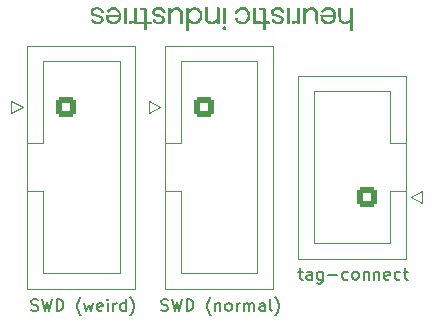
<source format=gbr>
%TF.GenerationSoftware,KiCad,Pcbnew,8.0.0*%
%TF.CreationDate,2024-04-02T10:27:19-06:00*%
%TF.ProjectId,swd_adapter,7377645f-6164-4617-9074-65722e6b6963,rev?*%
%TF.SameCoordinates,Original*%
%TF.FileFunction,Legend,Top*%
%TF.FilePolarity,Positive*%
%FSLAX46Y46*%
G04 Gerber Fmt 4.6, Leading zero omitted, Abs format (unit mm)*
G04 Created by KiCad (PCBNEW 8.0.0) date 2024-04-02 10:27:19*
%MOMM*%
%LPD*%
G01*
G04 APERTURE LIST*
G04 Aperture macros list*
%AMRoundRect*
0 Rectangle with rounded corners*
0 $1 Rounding radius*
0 $2 $3 $4 $5 $6 $7 $8 $9 X,Y pos of 4 corners*
0 Add a 4 corners polygon primitive as box body*
4,1,4,$2,$3,$4,$5,$6,$7,$8,$9,$2,$3,0*
0 Add four circle primitives for the rounded corners*
1,1,$1+$1,$2,$3*
1,1,$1+$1,$4,$5*
1,1,$1+$1,$6,$7*
1,1,$1+$1,$8,$9*
0 Add four rect primitives between the rounded corners*
20,1,$1+$1,$2,$3,$4,$5,0*
20,1,$1+$1,$4,$5,$6,$7,0*
20,1,$1+$1,$6,$7,$8,$9,0*
20,1,$1+$1,$8,$9,$2,$3,0*%
G04 Aperture macros list end*
%ADD10C,0.150000*%
%ADD11C,0.120000*%
%ADD12C,0.000000*%
%ADD13RoundRect,0.250000X-0.600000X-0.600000X0.600000X-0.600000X0.600000X0.600000X-0.600000X0.600000X0*%
%ADD14C,1.700000*%
%ADD15RoundRect,0.250000X0.600000X0.600000X-0.600000X0.600000X-0.600000X-0.600000X0.600000X-0.600000X0*%
G04 APERTURE END LIST*
D10*
X123643922Y-72453152D02*
X124024874Y-72453152D01*
X123786779Y-72119819D02*
X123786779Y-72976961D01*
X123786779Y-72976961D02*
X123834398Y-73072200D01*
X123834398Y-73072200D02*
X123929636Y-73119819D01*
X123929636Y-73119819D02*
X124024874Y-73119819D01*
X124786779Y-73119819D02*
X124786779Y-72596009D01*
X124786779Y-72596009D02*
X124739160Y-72500771D01*
X124739160Y-72500771D02*
X124643922Y-72453152D01*
X124643922Y-72453152D02*
X124453446Y-72453152D01*
X124453446Y-72453152D02*
X124358208Y-72500771D01*
X124786779Y-73072200D02*
X124691541Y-73119819D01*
X124691541Y-73119819D02*
X124453446Y-73119819D01*
X124453446Y-73119819D02*
X124358208Y-73072200D01*
X124358208Y-73072200D02*
X124310589Y-72976961D01*
X124310589Y-72976961D02*
X124310589Y-72881723D01*
X124310589Y-72881723D02*
X124358208Y-72786485D01*
X124358208Y-72786485D02*
X124453446Y-72738866D01*
X124453446Y-72738866D02*
X124691541Y-72738866D01*
X124691541Y-72738866D02*
X124786779Y-72691247D01*
X125691541Y-72453152D02*
X125691541Y-73262676D01*
X125691541Y-73262676D02*
X125643922Y-73357914D01*
X125643922Y-73357914D02*
X125596303Y-73405533D01*
X125596303Y-73405533D02*
X125501065Y-73453152D01*
X125501065Y-73453152D02*
X125358208Y-73453152D01*
X125358208Y-73453152D02*
X125262970Y-73405533D01*
X125691541Y-73072200D02*
X125596303Y-73119819D01*
X125596303Y-73119819D02*
X125405827Y-73119819D01*
X125405827Y-73119819D02*
X125310589Y-73072200D01*
X125310589Y-73072200D02*
X125262970Y-73024580D01*
X125262970Y-73024580D02*
X125215351Y-72929342D01*
X125215351Y-72929342D02*
X125215351Y-72643628D01*
X125215351Y-72643628D02*
X125262970Y-72548390D01*
X125262970Y-72548390D02*
X125310589Y-72500771D01*
X125310589Y-72500771D02*
X125405827Y-72453152D01*
X125405827Y-72453152D02*
X125596303Y-72453152D01*
X125596303Y-72453152D02*
X125691541Y-72500771D01*
X126167732Y-72738866D02*
X126929637Y-72738866D01*
X127834398Y-73072200D02*
X127739160Y-73119819D01*
X127739160Y-73119819D02*
X127548684Y-73119819D01*
X127548684Y-73119819D02*
X127453446Y-73072200D01*
X127453446Y-73072200D02*
X127405827Y-73024580D01*
X127405827Y-73024580D02*
X127358208Y-72929342D01*
X127358208Y-72929342D02*
X127358208Y-72643628D01*
X127358208Y-72643628D02*
X127405827Y-72548390D01*
X127405827Y-72548390D02*
X127453446Y-72500771D01*
X127453446Y-72500771D02*
X127548684Y-72453152D01*
X127548684Y-72453152D02*
X127739160Y-72453152D01*
X127739160Y-72453152D02*
X127834398Y-72500771D01*
X128405827Y-73119819D02*
X128310589Y-73072200D01*
X128310589Y-73072200D02*
X128262970Y-73024580D01*
X128262970Y-73024580D02*
X128215351Y-72929342D01*
X128215351Y-72929342D02*
X128215351Y-72643628D01*
X128215351Y-72643628D02*
X128262970Y-72548390D01*
X128262970Y-72548390D02*
X128310589Y-72500771D01*
X128310589Y-72500771D02*
X128405827Y-72453152D01*
X128405827Y-72453152D02*
X128548684Y-72453152D01*
X128548684Y-72453152D02*
X128643922Y-72500771D01*
X128643922Y-72500771D02*
X128691541Y-72548390D01*
X128691541Y-72548390D02*
X128739160Y-72643628D01*
X128739160Y-72643628D02*
X128739160Y-72929342D01*
X128739160Y-72929342D02*
X128691541Y-73024580D01*
X128691541Y-73024580D02*
X128643922Y-73072200D01*
X128643922Y-73072200D02*
X128548684Y-73119819D01*
X128548684Y-73119819D02*
X128405827Y-73119819D01*
X129167732Y-72453152D02*
X129167732Y-73119819D01*
X129167732Y-72548390D02*
X129215351Y-72500771D01*
X129215351Y-72500771D02*
X129310589Y-72453152D01*
X129310589Y-72453152D02*
X129453446Y-72453152D01*
X129453446Y-72453152D02*
X129548684Y-72500771D01*
X129548684Y-72500771D02*
X129596303Y-72596009D01*
X129596303Y-72596009D02*
X129596303Y-73119819D01*
X130072494Y-72453152D02*
X130072494Y-73119819D01*
X130072494Y-72548390D02*
X130120113Y-72500771D01*
X130120113Y-72500771D02*
X130215351Y-72453152D01*
X130215351Y-72453152D02*
X130358208Y-72453152D01*
X130358208Y-72453152D02*
X130453446Y-72500771D01*
X130453446Y-72500771D02*
X130501065Y-72596009D01*
X130501065Y-72596009D02*
X130501065Y-73119819D01*
X131358208Y-73072200D02*
X131262970Y-73119819D01*
X131262970Y-73119819D02*
X131072494Y-73119819D01*
X131072494Y-73119819D02*
X130977256Y-73072200D01*
X130977256Y-73072200D02*
X130929637Y-72976961D01*
X130929637Y-72976961D02*
X130929637Y-72596009D01*
X130929637Y-72596009D02*
X130977256Y-72500771D01*
X130977256Y-72500771D02*
X131072494Y-72453152D01*
X131072494Y-72453152D02*
X131262970Y-72453152D01*
X131262970Y-72453152D02*
X131358208Y-72500771D01*
X131358208Y-72500771D02*
X131405827Y-72596009D01*
X131405827Y-72596009D02*
X131405827Y-72691247D01*
X131405827Y-72691247D02*
X130929637Y-72786485D01*
X132262970Y-73072200D02*
X132167732Y-73119819D01*
X132167732Y-73119819D02*
X131977256Y-73119819D01*
X131977256Y-73119819D02*
X131882018Y-73072200D01*
X131882018Y-73072200D02*
X131834399Y-73024580D01*
X131834399Y-73024580D02*
X131786780Y-72929342D01*
X131786780Y-72929342D02*
X131786780Y-72643628D01*
X131786780Y-72643628D02*
X131834399Y-72548390D01*
X131834399Y-72548390D02*
X131882018Y-72500771D01*
X131882018Y-72500771D02*
X131977256Y-72453152D01*
X131977256Y-72453152D02*
X132167732Y-72453152D01*
X132167732Y-72453152D02*
X132262970Y-72500771D01*
X132548685Y-72453152D02*
X132929637Y-72453152D01*
X132691542Y-72119819D02*
X132691542Y-72976961D01*
X132691542Y-72976961D02*
X132739161Y-73072200D01*
X132739161Y-73072200D02*
X132834399Y-73119819D01*
X132834399Y-73119819D02*
X132929637Y-73119819D01*
X101039160Y-75722200D02*
X101182017Y-75769819D01*
X101182017Y-75769819D02*
X101420112Y-75769819D01*
X101420112Y-75769819D02*
X101515350Y-75722200D01*
X101515350Y-75722200D02*
X101562969Y-75674580D01*
X101562969Y-75674580D02*
X101610588Y-75579342D01*
X101610588Y-75579342D02*
X101610588Y-75484104D01*
X101610588Y-75484104D02*
X101562969Y-75388866D01*
X101562969Y-75388866D02*
X101515350Y-75341247D01*
X101515350Y-75341247D02*
X101420112Y-75293628D01*
X101420112Y-75293628D02*
X101229636Y-75246009D01*
X101229636Y-75246009D02*
X101134398Y-75198390D01*
X101134398Y-75198390D02*
X101086779Y-75150771D01*
X101086779Y-75150771D02*
X101039160Y-75055533D01*
X101039160Y-75055533D02*
X101039160Y-74960295D01*
X101039160Y-74960295D02*
X101086779Y-74865057D01*
X101086779Y-74865057D02*
X101134398Y-74817438D01*
X101134398Y-74817438D02*
X101229636Y-74769819D01*
X101229636Y-74769819D02*
X101467731Y-74769819D01*
X101467731Y-74769819D02*
X101610588Y-74817438D01*
X101943922Y-74769819D02*
X102182017Y-75769819D01*
X102182017Y-75769819D02*
X102372493Y-75055533D01*
X102372493Y-75055533D02*
X102562969Y-75769819D01*
X102562969Y-75769819D02*
X102801065Y-74769819D01*
X103182017Y-75769819D02*
X103182017Y-74769819D01*
X103182017Y-74769819D02*
X103420112Y-74769819D01*
X103420112Y-74769819D02*
X103562969Y-74817438D01*
X103562969Y-74817438D02*
X103658207Y-74912676D01*
X103658207Y-74912676D02*
X103705826Y-75007914D01*
X103705826Y-75007914D02*
X103753445Y-75198390D01*
X103753445Y-75198390D02*
X103753445Y-75341247D01*
X103753445Y-75341247D02*
X103705826Y-75531723D01*
X103705826Y-75531723D02*
X103658207Y-75626961D01*
X103658207Y-75626961D02*
X103562969Y-75722200D01*
X103562969Y-75722200D02*
X103420112Y-75769819D01*
X103420112Y-75769819D02*
X103182017Y-75769819D01*
X105229636Y-76150771D02*
X105182017Y-76103152D01*
X105182017Y-76103152D02*
X105086779Y-75960295D01*
X105086779Y-75960295D02*
X105039160Y-75865057D01*
X105039160Y-75865057D02*
X104991541Y-75722200D01*
X104991541Y-75722200D02*
X104943922Y-75484104D01*
X104943922Y-75484104D02*
X104943922Y-75293628D01*
X104943922Y-75293628D02*
X104991541Y-75055533D01*
X104991541Y-75055533D02*
X105039160Y-74912676D01*
X105039160Y-74912676D02*
X105086779Y-74817438D01*
X105086779Y-74817438D02*
X105182017Y-74674580D01*
X105182017Y-74674580D02*
X105229636Y-74626961D01*
X105515351Y-75103152D02*
X105705827Y-75769819D01*
X105705827Y-75769819D02*
X105896303Y-75293628D01*
X105896303Y-75293628D02*
X106086779Y-75769819D01*
X106086779Y-75769819D02*
X106277255Y-75103152D01*
X107039160Y-75722200D02*
X106943922Y-75769819D01*
X106943922Y-75769819D02*
X106753446Y-75769819D01*
X106753446Y-75769819D02*
X106658208Y-75722200D01*
X106658208Y-75722200D02*
X106610589Y-75626961D01*
X106610589Y-75626961D02*
X106610589Y-75246009D01*
X106610589Y-75246009D02*
X106658208Y-75150771D01*
X106658208Y-75150771D02*
X106753446Y-75103152D01*
X106753446Y-75103152D02*
X106943922Y-75103152D01*
X106943922Y-75103152D02*
X107039160Y-75150771D01*
X107039160Y-75150771D02*
X107086779Y-75246009D01*
X107086779Y-75246009D02*
X107086779Y-75341247D01*
X107086779Y-75341247D02*
X106610589Y-75436485D01*
X107515351Y-75769819D02*
X107515351Y-75103152D01*
X107515351Y-74769819D02*
X107467732Y-74817438D01*
X107467732Y-74817438D02*
X107515351Y-74865057D01*
X107515351Y-74865057D02*
X107562970Y-74817438D01*
X107562970Y-74817438D02*
X107515351Y-74769819D01*
X107515351Y-74769819D02*
X107515351Y-74865057D01*
X107991541Y-75769819D02*
X107991541Y-75103152D01*
X107991541Y-75293628D02*
X108039160Y-75198390D01*
X108039160Y-75198390D02*
X108086779Y-75150771D01*
X108086779Y-75150771D02*
X108182017Y-75103152D01*
X108182017Y-75103152D02*
X108277255Y-75103152D01*
X109039160Y-75769819D02*
X109039160Y-74769819D01*
X109039160Y-75722200D02*
X108943922Y-75769819D01*
X108943922Y-75769819D02*
X108753446Y-75769819D01*
X108753446Y-75769819D02*
X108658208Y-75722200D01*
X108658208Y-75722200D02*
X108610589Y-75674580D01*
X108610589Y-75674580D02*
X108562970Y-75579342D01*
X108562970Y-75579342D02*
X108562970Y-75293628D01*
X108562970Y-75293628D02*
X108610589Y-75198390D01*
X108610589Y-75198390D02*
X108658208Y-75150771D01*
X108658208Y-75150771D02*
X108753446Y-75103152D01*
X108753446Y-75103152D02*
X108943922Y-75103152D01*
X108943922Y-75103152D02*
X109039160Y-75150771D01*
X109420113Y-76150771D02*
X109467732Y-76103152D01*
X109467732Y-76103152D02*
X109562970Y-75960295D01*
X109562970Y-75960295D02*
X109610589Y-75865057D01*
X109610589Y-75865057D02*
X109658208Y-75722200D01*
X109658208Y-75722200D02*
X109705827Y-75484104D01*
X109705827Y-75484104D02*
X109705827Y-75293628D01*
X109705827Y-75293628D02*
X109658208Y-75055533D01*
X109658208Y-75055533D02*
X109610589Y-74912676D01*
X109610589Y-74912676D02*
X109562970Y-74817438D01*
X109562970Y-74817438D02*
X109467732Y-74674580D01*
X109467732Y-74674580D02*
X109420113Y-74626961D01*
X112039160Y-75722200D02*
X112182017Y-75769819D01*
X112182017Y-75769819D02*
X112420112Y-75769819D01*
X112420112Y-75769819D02*
X112515350Y-75722200D01*
X112515350Y-75722200D02*
X112562969Y-75674580D01*
X112562969Y-75674580D02*
X112610588Y-75579342D01*
X112610588Y-75579342D02*
X112610588Y-75484104D01*
X112610588Y-75484104D02*
X112562969Y-75388866D01*
X112562969Y-75388866D02*
X112515350Y-75341247D01*
X112515350Y-75341247D02*
X112420112Y-75293628D01*
X112420112Y-75293628D02*
X112229636Y-75246009D01*
X112229636Y-75246009D02*
X112134398Y-75198390D01*
X112134398Y-75198390D02*
X112086779Y-75150771D01*
X112086779Y-75150771D02*
X112039160Y-75055533D01*
X112039160Y-75055533D02*
X112039160Y-74960295D01*
X112039160Y-74960295D02*
X112086779Y-74865057D01*
X112086779Y-74865057D02*
X112134398Y-74817438D01*
X112134398Y-74817438D02*
X112229636Y-74769819D01*
X112229636Y-74769819D02*
X112467731Y-74769819D01*
X112467731Y-74769819D02*
X112610588Y-74817438D01*
X112943922Y-74769819D02*
X113182017Y-75769819D01*
X113182017Y-75769819D02*
X113372493Y-75055533D01*
X113372493Y-75055533D02*
X113562969Y-75769819D01*
X113562969Y-75769819D02*
X113801065Y-74769819D01*
X114182017Y-75769819D02*
X114182017Y-74769819D01*
X114182017Y-74769819D02*
X114420112Y-74769819D01*
X114420112Y-74769819D02*
X114562969Y-74817438D01*
X114562969Y-74817438D02*
X114658207Y-74912676D01*
X114658207Y-74912676D02*
X114705826Y-75007914D01*
X114705826Y-75007914D02*
X114753445Y-75198390D01*
X114753445Y-75198390D02*
X114753445Y-75341247D01*
X114753445Y-75341247D02*
X114705826Y-75531723D01*
X114705826Y-75531723D02*
X114658207Y-75626961D01*
X114658207Y-75626961D02*
X114562969Y-75722200D01*
X114562969Y-75722200D02*
X114420112Y-75769819D01*
X114420112Y-75769819D02*
X114182017Y-75769819D01*
X116229636Y-76150771D02*
X116182017Y-76103152D01*
X116182017Y-76103152D02*
X116086779Y-75960295D01*
X116086779Y-75960295D02*
X116039160Y-75865057D01*
X116039160Y-75865057D02*
X115991541Y-75722200D01*
X115991541Y-75722200D02*
X115943922Y-75484104D01*
X115943922Y-75484104D02*
X115943922Y-75293628D01*
X115943922Y-75293628D02*
X115991541Y-75055533D01*
X115991541Y-75055533D02*
X116039160Y-74912676D01*
X116039160Y-74912676D02*
X116086779Y-74817438D01*
X116086779Y-74817438D02*
X116182017Y-74674580D01*
X116182017Y-74674580D02*
X116229636Y-74626961D01*
X116610589Y-75103152D02*
X116610589Y-75769819D01*
X116610589Y-75198390D02*
X116658208Y-75150771D01*
X116658208Y-75150771D02*
X116753446Y-75103152D01*
X116753446Y-75103152D02*
X116896303Y-75103152D01*
X116896303Y-75103152D02*
X116991541Y-75150771D01*
X116991541Y-75150771D02*
X117039160Y-75246009D01*
X117039160Y-75246009D02*
X117039160Y-75769819D01*
X117658208Y-75769819D02*
X117562970Y-75722200D01*
X117562970Y-75722200D02*
X117515351Y-75674580D01*
X117515351Y-75674580D02*
X117467732Y-75579342D01*
X117467732Y-75579342D02*
X117467732Y-75293628D01*
X117467732Y-75293628D02*
X117515351Y-75198390D01*
X117515351Y-75198390D02*
X117562970Y-75150771D01*
X117562970Y-75150771D02*
X117658208Y-75103152D01*
X117658208Y-75103152D02*
X117801065Y-75103152D01*
X117801065Y-75103152D02*
X117896303Y-75150771D01*
X117896303Y-75150771D02*
X117943922Y-75198390D01*
X117943922Y-75198390D02*
X117991541Y-75293628D01*
X117991541Y-75293628D02*
X117991541Y-75579342D01*
X117991541Y-75579342D02*
X117943922Y-75674580D01*
X117943922Y-75674580D02*
X117896303Y-75722200D01*
X117896303Y-75722200D02*
X117801065Y-75769819D01*
X117801065Y-75769819D02*
X117658208Y-75769819D01*
X118420113Y-75769819D02*
X118420113Y-75103152D01*
X118420113Y-75293628D02*
X118467732Y-75198390D01*
X118467732Y-75198390D02*
X118515351Y-75150771D01*
X118515351Y-75150771D02*
X118610589Y-75103152D01*
X118610589Y-75103152D02*
X118705827Y-75103152D01*
X119039161Y-75769819D02*
X119039161Y-75103152D01*
X119039161Y-75198390D02*
X119086780Y-75150771D01*
X119086780Y-75150771D02*
X119182018Y-75103152D01*
X119182018Y-75103152D02*
X119324875Y-75103152D01*
X119324875Y-75103152D02*
X119420113Y-75150771D01*
X119420113Y-75150771D02*
X119467732Y-75246009D01*
X119467732Y-75246009D02*
X119467732Y-75769819D01*
X119467732Y-75246009D02*
X119515351Y-75150771D01*
X119515351Y-75150771D02*
X119610589Y-75103152D01*
X119610589Y-75103152D02*
X119753446Y-75103152D01*
X119753446Y-75103152D02*
X119848685Y-75150771D01*
X119848685Y-75150771D02*
X119896304Y-75246009D01*
X119896304Y-75246009D02*
X119896304Y-75769819D01*
X120801065Y-75769819D02*
X120801065Y-75246009D01*
X120801065Y-75246009D02*
X120753446Y-75150771D01*
X120753446Y-75150771D02*
X120658208Y-75103152D01*
X120658208Y-75103152D02*
X120467732Y-75103152D01*
X120467732Y-75103152D02*
X120372494Y-75150771D01*
X120801065Y-75722200D02*
X120705827Y-75769819D01*
X120705827Y-75769819D02*
X120467732Y-75769819D01*
X120467732Y-75769819D02*
X120372494Y-75722200D01*
X120372494Y-75722200D02*
X120324875Y-75626961D01*
X120324875Y-75626961D02*
X120324875Y-75531723D01*
X120324875Y-75531723D02*
X120372494Y-75436485D01*
X120372494Y-75436485D02*
X120467732Y-75388866D01*
X120467732Y-75388866D02*
X120705827Y-75388866D01*
X120705827Y-75388866D02*
X120801065Y-75341247D01*
X121420113Y-75769819D02*
X121324875Y-75722200D01*
X121324875Y-75722200D02*
X121277256Y-75626961D01*
X121277256Y-75626961D02*
X121277256Y-74769819D01*
X121705828Y-76150771D02*
X121753447Y-76103152D01*
X121753447Y-76103152D02*
X121848685Y-75960295D01*
X121848685Y-75960295D02*
X121896304Y-75865057D01*
X121896304Y-75865057D02*
X121943923Y-75722200D01*
X121943923Y-75722200D02*
X121991542Y-75484104D01*
X121991542Y-75484104D02*
X121991542Y-75293628D01*
X121991542Y-75293628D02*
X121943923Y-75055533D01*
X121943923Y-75055533D02*
X121896304Y-74912676D01*
X121896304Y-74912676D02*
X121848685Y-74817438D01*
X121848685Y-74817438D02*
X121753447Y-74674580D01*
X121753447Y-74674580D02*
X121705828Y-74626961D01*
D11*
%TO.C,J1*%
X110970000Y-58020000D02*
X110970000Y-59020000D01*
X110970000Y-59020000D02*
X111970000Y-58520000D01*
X111970000Y-58520000D02*
X110970000Y-58020000D01*
X112360000Y-53310000D02*
X121480000Y-53310000D01*
X112360000Y-61550000D02*
X113670000Y-61550000D01*
X112360000Y-73890000D02*
X112360000Y-53310000D01*
X113670000Y-54610000D02*
X120170000Y-54610000D01*
X113670000Y-61550000D02*
X113670000Y-54610000D01*
X113670000Y-65650000D02*
X112360000Y-65650000D01*
X113670000Y-65650000D02*
X113670000Y-65650000D01*
X113670000Y-72590000D02*
X113670000Y-65650000D01*
X120170000Y-54610000D02*
X120170000Y-72590000D01*
X120170000Y-72590000D02*
X113670000Y-72590000D01*
X121480000Y-53310000D02*
X121480000Y-73890000D01*
X121480000Y-73890000D02*
X112360000Y-73890000D01*
%TO.C,J3*%
X99320000Y-58020000D02*
X99320000Y-59020000D01*
X99320000Y-59020000D02*
X100320000Y-58520000D01*
X100320000Y-58520000D02*
X99320000Y-58020000D01*
X100710000Y-53310000D02*
X109830000Y-53310000D01*
X100710000Y-61550000D02*
X102020000Y-61550000D01*
X100710000Y-73890000D02*
X100710000Y-53310000D01*
X102020000Y-54610000D02*
X108520000Y-54610000D01*
X102020000Y-61550000D02*
X102020000Y-54610000D01*
X102020000Y-65650000D02*
X100710000Y-65650000D01*
X102020000Y-65650000D02*
X102020000Y-65650000D01*
X102020000Y-72590000D02*
X102020000Y-65650000D01*
X108520000Y-54610000D02*
X108520000Y-72590000D01*
X108520000Y-72590000D02*
X102020000Y-72590000D01*
X109830000Y-53310000D02*
X109830000Y-73890000D01*
X109830000Y-73890000D02*
X100710000Y-73890000D01*
D12*
%TO.C,G\u002A\u002A\u002A*%
G36*
X109099044Y-50784551D02*
G01*
X109099044Y-51474658D01*
X108993488Y-51467885D01*
X108887933Y-51461112D01*
X108882056Y-50777778D01*
X108876179Y-50094445D01*
X108987611Y-50094445D01*
X109099044Y-50094445D01*
X109099044Y-50784551D01*
G37*
G36*
X117499044Y-50783334D02*
G01*
X117499044Y-51472223D01*
X117387933Y-51472223D01*
X117276821Y-51472223D01*
X117276821Y-50783334D01*
X117276821Y-50094445D01*
X117387933Y-50094445D01*
X117499044Y-50094445D01*
X117499044Y-50783334D01*
G37*
G36*
X122916032Y-50777778D02*
G01*
X122910155Y-51461112D01*
X122799044Y-51461112D01*
X122687933Y-51461112D01*
X122682056Y-50777778D01*
X122676179Y-50094445D01*
X122799044Y-50094445D01*
X122921908Y-50094445D01*
X122916032Y-50777778D01*
G37*
G36*
X117483239Y-51712175D02*
G01*
X117495170Y-51723655D01*
X117537358Y-51794988D01*
X117542708Y-51869614D01*
X117515683Y-51936760D01*
X117460742Y-51985652D01*
X117382349Y-52005517D01*
X117378434Y-52005556D01*
X117304088Y-51985665D01*
X117244560Y-51934365D01*
X117212529Y-51864215D01*
X117210155Y-51838889D01*
X117228845Y-51763694D01*
X117277149Y-51708715D01*
X117343417Y-51678662D01*
X117415997Y-51678245D01*
X117483239Y-51712175D01*
G37*
G36*
X123787933Y-50783334D02*
G01*
X123787933Y-51472223D01*
X123676821Y-51472223D01*
X123565710Y-51472223D01*
X123564911Y-51377778D01*
X123564112Y-51283334D01*
X123514911Y-51343302D01*
X123431140Y-51412485D01*
X123318381Y-51456814D01*
X123188646Y-51472223D01*
X123076821Y-51472223D01*
X123076821Y-51363540D01*
X123076821Y-51254858D01*
X123241523Y-51246541D01*
X123340474Y-51238099D01*
X123406432Y-51222971D01*
X123450673Y-51198397D01*
X123455701Y-51194112D01*
X123490543Y-51158930D01*
X123517242Y-51119281D01*
X123536855Y-51068992D01*
X123550436Y-51001892D01*
X123559041Y-50911808D01*
X123563726Y-50792566D01*
X123565545Y-50637994D01*
X123565710Y-50550714D01*
X123565710Y-50094445D01*
X123676821Y-50094445D01*
X123787933Y-50094445D01*
X123787933Y-50783334D01*
G37*
G36*
X120037564Y-50677778D02*
G01*
X120043488Y-51261112D01*
X120349479Y-51267297D01*
X120655470Y-51273483D01*
X120649479Y-50789519D01*
X120643488Y-50305556D01*
X120465710Y-50294445D01*
X120287933Y-50283334D01*
X120281099Y-50188889D01*
X120274266Y-50094445D01*
X120507638Y-50094445D01*
X120613968Y-50095258D01*
X120686158Y-50098940D01*
X120734500Y-50107357D01*
X120769286Y-50122373D01*
X120800809Y-50145854D01*
X120803360Y-50148035D01*
X120865710Y-50201624D01*
X120876821Y-50731368D01*
X120887933Y-51261112D01*
X121082377Y-51267532D01*
X121276821Y-51273953D01*
X121276821Y-51373088D01*
X121276821Y-51472223D01*
X121076821Y-51472223D01*
X120876821Y-51472223D01*
X120876821Y-51717885D01*
X120876821Y-51963547D01*
X120771266Y-51956774D01*
X120665710Y-51950000D01*
X120659403Y-51711112D01*
X120653096Y-51472223D01*
X120231625Y-51472223D01*
X119810155Y-51472223D01*
X119810155Y-50783334D01*
X119810155Y-50094445D01*
X119920897Y-50094445D01*
X120031639Y-50094445D01*
X120037564Y-50677778D01*
G37*
G36*
X127257874Y-50566667D02*
G01*
X127260999Y-50725884D01*
X127264502Y-50847189D01*
X127269017Y-50937115D01*
X127275177Y-51002196D01*
X127283617Y-51048962D01*
X127294969Y-51083948D01*
X127309868Y-51113685D01*
X127311143Y-51115881D01*
X127385733Y-51204614D01*
X127485498Y-51257493D01*
X127612077Y-51275379D01*
X127614926Y-51275386D01*
X127745067Y-51263570D01*
X127848468Y-51225417D01*
X127927344Y-51166151D01*
X127969267Y-51117463D01*
X128001363Y-51057472D01*
X128024767Y-50980157D01*
X128040612Y-50879495D01*
X128050033Y-50749466D01*
X128054163Y-50584049D01*
X128054599Y-50490412D01*
X128054599Y-50094445D01*
X128165710Y-50094445D01*
X128276821Y-50094445D01*
X128276821Y-51072223D01*
X128276821Y-52050000D01*
X128165710Y-52050000D01*
X128054599Y-52050000D01*
X128054599Y-51650000D01*
X128054011Y-51522221D01*
X128052378Y-51411330D01*
X128049896Y-51324340D01*
X128046760Y-51268263D01*
X128043430Y-51250000D01*
X128023582Y-51265103D01*
X127984435Y-51303946D01*
X127951795Y-51339067D01*
X127849091Y-51421477D01*
X127725585Y-51471284D01*
X127590489Y-51488664D01*
X127453013Y-51473796D01*
X127322369Y-51426857D01*
X127207765Y-51348025D01*
X127183556Y-51324258D01*
X127142168Y-51277266D01*
X127109879Y-51229767D01*
X127085430Y-51175448D01*
X127067560Y-51107995D01*
X127055011Y-51021096D01*
X127046523Y-50908435D01*
X127040836Y-50763701D01*
X127036846Y-50588889D01*
X127027555Y-50094445D01*
X127138595Y-50094445D01*
X127249635Y-50094445D01*
X127257874Y-50566667D01*
G37*
G36*
X113426513Y-50072452D02*
G01*
X113447346Y-50075480D01*
X113590532Y-50120772D01*
X113707804Y-50202063D01*
X113797975Y-50318420D01*
X113825149Y-50372223D01*
X113838448Y-50408172D01*
X113848787Y-50453051D01*
X113856664Y-50513112D01*
X113862579Y-50594610D01*
X113867031Y-50703797D01*
X113870518Y-50846928D01*
X113872591Y-50966667D01*
X113880459Y-51472223D01*
X113769083Y-51472223D01*
X113657707Y-51472223D01*
X113650598Y-50988889D01*
X113647908Y-50827879D01*
X113644796Y-50704865D01*
X113640662Y-50613400D01*
X113634904Y-50547036D01*
X113626921Y-50499327D01*
X113616112Y-50463824D01*
X113601876Y-50434081D01*
X113598288Y-50427778D01*
X113528931Y-50344208D01*
X113435642Y-50294337D01*
X113314499Y-50276407D01*
X113262790Y-50277462D01*
X113127874Y-50301366D01*
X113021845Y-50357759D01*
X112940906Y-50449014D01*
X112915381Y-50494445D01*
X112898114Y-50532424D01*
X112885158Y-50571958D01*
X112875746Y-50620286D01*
X112869116Y-50684644D01*
X112864504Y-50772268D01*
X112861145Y-50890396D01*
X112858487Y-51033334D01*
X112851263Y-51472223D01*
X112741820Y-51472223D01*
X112632377Y-51472223D01*
X112632377Y-50783334D01*
X112632377Y-50094445D01*
X112743488Y-50094445D01*
X112854599Y-50094445D01*
X112854599Y-50205556D01*
X112858596Y-50268939D01*
X112868817Y-50309169D01*
X112876821Y-50316667D01*
X112898419Y-50301987D01*
X112899044Y-50297475D01*
X112914577Y-50268863D01*
X112953695Y-50224057D01*
X113005174Y-50174500D01*
X113057790Y-50131633D01*
X113070036Y-50123152D01*
X113135024Y-50096258D01*
X113227283Y-50077431D01*
X113330037Y-50068789D01*
X113426513Y-50072452D01*
G37*
G36*
X124870958Y-50072452D02*
G01*
X124891790Y-50075480D01*
X125034976Y-50120772D01*
X125152248Y-50202063D01*
X125242420Y-50318420D01*
X125269594Y-50372223D01*
X125282893Y-50408172D01*
X125293231Y-50453051D01*
X125301108Y-50513112D01*
X125307023Y-50594610D01*
X125311475Y-50703797D01*
X125314963Y-50846928D01*
X125317036Y-50966667D01*
X125324904Y-51472223D01*
X125213527Y-51472223D01*
X125102151Y-51472223D01*
X125095042Y-50988889D01*
X125092352Y-50827879D01*
X125089241Y-50704865D01*
X125085106Y-50613400D01*
X125079348Y-50547036D01*
X125071365Y-50499327D01*
X125060557Y-50463824D01*
X125046321Y-50434081D01*
X125042732Y-50427778D01*
X124973375Y-50344208D01*
X124880086Y-50294337D01*
X124758944Y-50276407D01*
X124707234Y-50277462D01*
X124572319Y-50301366D01*
X124466289Y-50357759D01*
X124385351Y-50449014D01*
X124359825Y-50494445D01*
X124342559Y-50532424D01*
X124329602Y-50571958D01*
X124320191Y-50620286D01*
X124313561Y-50684644D01*
X124308948Y-50772268D01*
X124305589Y-50890396D01*
X124302931Y-51033334D01*
X124295708Y-51472223D01*
X124186265Y-51472223D01*
X124076821Y-51472223D01*
X124076821Y-50783334D01*
X124076821Y-50094445D01*
X124187933Y-50094445D01*
X124299044Y-50094445D01*
X124299044Y-50205556D01*
X124303041Y-50268939D01*
X124313261Y-50309169D01*
X124321266Y-50316667D01*
X124342864Y-50301987D01*
X124343488Y-50297475D01*
X124359022Y-50268863D01*
X124398139Y-50224057D01*
X124449618Y-50174500D01*
X124502235Y-50131633D01*
X124514480Y-50123152D01*
X124579469Y-50096258D01*
X124671727Y-50077431D01*
X124774482Y-50068789D01*
X124870958Y-50072452D01*
G37*
G36*
X115847267Y-50076488D02*
G01*
X115954599Y-50083334D01*
X115965710Y-50573277D01*
X115969841Y-50737314D01*
X115974207Y-50862973D01*
X115979372Y-50956318D01*
X115985898Y-51023414D01*
X115994351Y-51070326D01*
X116005293Y-51103118D01*
X116016918Y-51124338D01*
X116093963Y-51203761D01*
X116195968Y-51254883D01*
X116312288Y-51276005D01*
X116432280Y-51265429D01*
X116545299Y-51221456D01*
X116561876Y-51211304D01*
X116619923Y-51169490D01*
X116665041Y-51124348D01*
X116698997Y-51069689D01*
X116723561Y-50999327D01*
X116740500Y-50907074D01*
X116751583Y-50786742D01*
X116758576Y-50632144D01*
X116761734Y-50511884D01*
X116771383Y-50072223D01*
X116869244Y-50072223D01*
X116936073Y-50078347D01*
X116974133Y-50094646D01*
X116977858Y-50100243D01*
X116980374Y-50128807D01*
X116982292Y-50196071D01*
X116983572Y-50296294D01*
X116984174Y-50423736D01*
X116984058Y-50572655D01*
X116983183Y-50737311D01*
X116982716Y-50794688D01*
X116976821Y-51461112D01*
X116871266Y-51467885D01*
X116765710Y-51474658D01*
X116765710Y-51351218D01*
X116763890Y-51283889D01*
X116759192Y-51239054D01*
X116754541Y-51227778D01*
X116734724Y-51242890D01*
X116695509Y-51281806D01*
X116661767Y-51318106D01*
X116579920Y-51397569D01*
X116499447Y-51446479D01*
X116405312Y-51471321D01*
X116289811Y-51478529D01*
X116151686Y-51469977D01*
X116041785Y-51438681D01*
X115947846Y-51380237D01*
X115903279Y-51339706D01*
X115858940Y-51294103D01*
X115824401Y-51252484D01*
X115798347Y-51208605D01*
X115779464Y-51156217D01*
X115766436Y-51089075D01*
X115757947Y-51000931D01*
X115752683Y-50885540D01*
X115749329Y-50736655D01*
X115747267Y-50598710D01*
X115739935Y-50069642D01*
X115847267Y-50076488D01*
G37*
G36*
X109987933Y-50683334D02*
G01*
X109987933Y-51272223D01*
X110299477Y-51272223D01*
X110611022Y-51272223D01*
X110605033Y-50788889D01*
X110599044Y-50305556D01*
X110415710Y-50299102D01*
X110232377Y-50292648D01*
X110232377Y-50193546D01*
X110232377Y-50094445D01*
X110460155Y-50095121D01*
X110560041Y-50097540D01*
X110646024Y-50103513D01*
X110706577Y-50112032D01*
X110726822Y-50118447D01*
X110758927Y-50141172D01*
X110783864Y-50171068D01*
X110802514Y-50213593D01*
X110815760Y-50274203D01*
X110824485Y-50358357D01*
X110829572Y-50471512D01*
X110831903Y-50619125D01*
X110832377Y-50771119D01*
X110832377Y-51272223D01*
X111032377Y-51272223D01*
X111232377Y-51272223D01*
X111232377Y-51372223D01*
X111232377Y-51472223D01*
X111032377Y-51472223D01*
X110832377Y-51472223D01*
X110832377Y-51716667D01*
X110832377Y-51961112D01*
X110721266Y-51961112D01*
X110610155Y-51961112D01*
X110610155Y-51716667D01*
X110610155Y-51472223D01*
X110187933Y-51472223D01*
X109765710Y-51472223D01*
X109765710Y-51383334D01*
X109759479Y-51322345D01*
X109743918Y-51296134D01*
X109723725Y-51308244D01*
X109709505Y-51340937D01*
X109674672Y-51385906D01*
X109607130Y-51425780D01*
X109518614Y-51455703D01*
X109420860Y-51470818D01*
X109393488Y-51471735D01*
X109276821Y-51472223D01*
X109276821Y-51363540D01*
X109276821Y-51254858D01*
X109442082Y-51246513D01*
X109534346Y-51239435D01*
X109595481Y-51227074D01*
X109638770Y-51205728D01*
X109664338Y-51184623D01*
X109696417Y-51149039D01*
X109721072Y-51106130D01*
X109739234Y-51049913D01*
X109751832Y-50974409D01*
X109759796Y-50873636D01*
X109764055Y-50741614D01*
X109765540Y-50572360D01*
X109765586Y-50533334D01*
X109765710Y-50094445D01*
X109876821Y-50094445D01*
X109987933Y-50094445D01*
X109987933Y-50683334D01*
G37*
G36*
X108645144Y-50905863D02*
G01*
X108604598Y-51077642D01*
X108529537Y-51224213D01*
X108421036Y-51343436D01*
X108289653Y-51428589D01*
X108213582Y-51464242D01*
X108154016Y-51484669D01*
X108093753Y-51493081D01*
X108015594Y-51492686D01*
X107960639Y-51489983D01*
X107784552Y-51463209D01*
X107638443Y-51403734D01*
X107522120Y-51311363D01*
X107435391Y-51185904D01*
X107378062Y-51027160D01*
X107356154Y-50894445D01*
X107587933Y-50894445D01*
X107588298Y-50955556D01*
X107608370Y-51045403D01*
X107661296Y-51135348D01*
X107737673Y-51211721D01*
X107785872Y-51242778D01*
X107914540Y-51287955D01*
X108043472Y-51292724D01*
X108165248Y-51260455D01*
X108272449Y-51194515D01*
X108357655Y-51098272D01*
X108413448Y-50975095D01*
X108418571Y-50955556D01*
X108433224Y-50894445D01*
X108010578Y-50894445D01*
X107587933Y-50894445D01*
X107356154Y-50894445D01*
X107353403Y-50877778D01*
X107337745Y-50716667D01*
X107887534Y-50716667D01*
X108437323Y-50716667D01*
X108421843Y-50633334D01*
X108376694Y-50501241D01*
X108298882Y-50393233D01*
X108195359Y-50313716D01*
X108073073Y-50267096D01*
X107938976Y-50257778D01*
X107852889Y-50272683D01*
X107759907Y-50315816D01*
X107670516Y-50388170D01*
X107600974Y-50476367D01*
X107596999Y-50483270D01*
X107579985Y-50508790D01*
X107559098Y-50515192D01*
X107520501Y-50502672D01*
X107480332Y-50484917D01*
X107425330Y-50458366D01*
X107392251Y-50439024D01*
X107387933Y-50434411D01*
X107405129Y-50383419D01*
X107450648Y-50317797D01*
X107515387Y-50246885D01*
X107590244Y-50180024D01*
X107666115Y-50126553D01*
X107709762Y-50104186D01*
X107823256Y-50072194D01*
X107956718Y-50057683D01*
X108092035Y-50061012D01*
X108211096Y-50082537D01*
X108243672Y-50093670D01*
X108383654Y-50172426D01*
X108497376Y-50284595D01*
X108581947Y-50425785D01*
X108634476Y-50591603D01*
X108650099Y-50711019D01*
X108645434Y-50894445D01*
X108645144Y-50905863D01*
G37*
G36*
X119045275Y-50060930D02*
G01*
X119096987Y-50068838D01*
X119099044Y-50069476D01*
X119263028Y-50144954D01*
X119397604Y-50253251D01*
X119501042Y-50392843D01*
X119529596Y-50448871D01*
X119552796Y-50509421D01*
X119566984Y-50576138D01*
X119574006Y-50661974D01*
X119575724Y-50772223D01*
X119567556Y-50935391D01*
X119540837Y-51066714D01*
X119491679Y-51176302D01*
X119416191Y-51274267D01*
X119362564Y-51326387D01*
X119242692Y-51414207D01*
X119111648Y-51468264D01*
X118958707Y-51492351D01*
X118887523Y-51494445D01*
X118715965Y-51475054D01*
X118566996Y-51417799D01*
X118442630Y-51324056D01*
X118344879Y-51195204D01*
X118294958Y-51089072D01*
X118272582Y-51026299D01*
X118260075Y-50983394D01*
X118259201Y-50972069D01*
X118282826Y-50964555D01*
X118335656Y-50951896D01*
X118371142Y-50944206D01*
X118476573Y-50922108D01*
X118500911Y-51012490D01*
X118551412Y-51120437D01*
X118633701Y-51205446D01*
X118739327Y-51263453D01*
X118859840Y-51290395D01*
X118986790Y-51282206D01*
X119034617Y-51269154D01*
X119161022Y-51206943D01*
X119254383Y-51115697D01*
X119315089Y-50994798D01*
X119343528Y-50843630D01*
X119345957Y-50776152D01*
X119330426Y-50610840D01*
X119283717Y-50477132D01*
X119205661Y-50374786D01*
X119096088Y-50303563D01*
X118985025Y-50268710D01*
X118886432Y-50255576D01*
X118800672Y-50263182D01*
X118765710Y-50271637D01*
X118671193Y-50314797D01*
X118585030Y-50384373D01*
X118519176Y-50468429D01*
X118486369Y-50550520D01*
X118470316Y-50604127D01*
X118446520Y-50620640D01*
X118435333Y-50618999D01*
X118388254Y-50607525D01*
X118326821Y-50594338D01*
X118281475Y-50581456D01*
X118260673Y-50560210D01*
X118263456Y-50521721D01*
X118288866Y-50457107D01*
X118307653Y-50416667D01*
X118394900Y-50274869D01*
X118506024Y-50169515D01*
X118643042Y-50099332D01*
X118807974Y-50063049D01*
X118876821Y-50057948D01*
X118966487Y-50057020D01*
X119045275Y-50060930D01*
G37*
G36*
X115520136Y-50843548D02*
G01*
X115500471Y-50994383D01*
X115490425Y-51033604D01*
X115428292Y-51177664D01*
X115334452Y-51304263D01*
X115217527Y-51402974D01*
X115157188Y-51436702D01*
X115024843Y-51480366D01*
X114883761Y-51494597D01*
X114744068Y-51481090D01*
X114615888Y-51441543D01*
X114509348Y-51377649D01*
X114452582Y-51318691D01*
X114415605Y-51274450D01*
X114387756Y-51251088D01*
X114383754Y-51250000D01*
X114377990Y-51271053D01*
X114372988Y-51329536D01*
X114369064Y-51418437D01*
X114366534Y-51530744D01*
X114365710Y-51650000D01*
X114365710Y-52050000D01*
X114254599Y-52050000D01*
X114143488Y-52050000D01*
X114143488Y-51072223D01*
X114143488Y-50772223D01*
X114382994Y-50772223D01*
X114398983Y-50937919D01*
X114447009Y-51072874D01*
X114527167Y-51177246D01*
X114639547Y-51251195D01*
X114669675Y-51263807D01*
X114793663Y-51290370D01*
X114925259Y-51283750D01*
X115047798Y-51245813D01*
X115100664Y-51215544D01*
X115187406Y-51129823D01*
X115250495Y-51014269D01*
X115287225Y-50878250D01*
X115294890Y-50731130D01*
X115276867Y-50605748D01*
X115225643Y-50478390D01*
X115143438Y-50375678D01*
X115037826Y-50301364D01*
X114916381Y-50259200D01*
X114786678Y-50252937D01*
X114656290Y-50286329D01*
X114643488Y-50292001D01*
X114530383Y-50364556D01*
X114450107Y-50463783D01*
X114401449Y-50591914D01*
X114383199Y-50751182D01*
X114382994Y-50772223D01*
X114143488Y-50772223D01*
X114143488Y-50094445D01*
X114254599Y-50094445D01*
X114365710Y-50094445D01*
X114365710Y-50205556D01*
X114369708Y-50268939D01*
X114379928Y-50309169D01*
X114387933Y-50316667D01*
X114409528Y-50301695D01*
X114410155Y-50297082D01*
X114427203Y-50263862D01*
X114471084Y-50216712D01*
X114530904Y-50165196D01*
X114595770Y-50118879D01*
X114643488Y-50092221D01*
X114747314Y-50062135D01*
X114873744Y-50052629D01*
X115005906Y-50063862D01*
X115104252Y-50087831D01*
X115239527Y-50155693D01*
X115355154Y-50259824D01*
X115444168Y-50393896D01*
X115446581Y-50398776D01*
X115492045Y-50529164D01*
X115516945Y-50682948D01*
X115517902Y-50731130D01*
X115520136Y-50843548D01*
G37*
G36*
X126786355Y-51049711D02*
G01*
X126716214Y-51200967D01*
X126636836Y-51301883D01*
X126538339Y-51388973D01*
X126434933Y-51445769D01*
X126313228Y-51478001D01*
X126197982Y-51489722D01*
X126034857Y-51484867D01*
X125897910Y-51448652D01*
X125779105Y-51378087D01*
X125700479Y-51304539D01*
X125623224Y-51207037D01*
X125572072Y-51105121D01*
X125541243Y-50984495D01*
X125530334Y-50894445D01*
X125739957Y-50894445D01*
X125755510Y-50966667D01*
X125796659Y-51089311D01*
X125863536Y-51179870D01*
X125962600Y-51246308D01*
X125993588Y-51260264D01*
X126114571Y-51289716D01*
X126243001Y-51285579D01*
X126364465Y-51250079D01*
X126461706Y-51188042D01*
X126506146Y-51134080D01*
X126548175Y-51061373D01*
X126578441Y-50988317D01*
X126587933Y-50939775D01*
X126586285Y-50924064D01*
X126577431Y-50912477D01*
X126555504Y-50904388D01*
X126514637Y-50899168D01*
X126448963Y-50896192D01*
X126352617Y-50894831D01*
X126219731Y-50894458D01*
X126163945Y-50894445D01*
X125739957Y-50894445D01*
X125530334Y-50894445D01*
X125528473Y-50879081D01*
X125514744Y-50716667D01*
X126062873Y-50716667D01*
X126611002Y-50716667D01*
X126597471Y-50655556D01*
X126551080Y-50509533D01*
X126482934Y-50399065D01*
X126389693Y-50319259D01*
X126354599Y-50299692D01*
X126236499Y-50262337D01*
X126110359Y-50259224D01*
X125988733Y-50288301D01*
X125884173Y-50347514D01*
X125846651Y-50382759D01*
X125800912Y-50437021D01*
X125768951Y-50481641D01*
X125761352Y-50496410D01*
X125747417Y-50512136D01*
X125715382Y-50508180D01*
X125658451Y-50485071D01*
X125602983Y-50454708D01*
X125569844Y-50426238D01*
X125565710Y-50416488D01*
X125582953Y-50367311D01*
X125628452Y-50304157D01*
X125692862Y-50236746D01*
X125766840Y-50174798D01*
X125841041Y-50128032D01*
X125844838Y-50126145D01*
X125979515Y-50079193D01*
X126131255Y-50056787D01*
X126281794Y-50060381D01*
X126388613Y-50082803D01*
X126526374Y-50149456D01*
X126642004Y-50250623D01*
X126732387Y-50380647D01*
X126794407Y-50533873D01*
X126824946Y-50704642D01*
X126822722Y-50870808D01*
X126808703Y-50939775D01*
X126786355Y-51049711D01*
G37*
G36*
X106776478Y-50069152D02*
G01*
X106843953Y-50088720D01*
X106969643Y-50144520D01*
X107061875Y-50213527D01*
X107131438Y-50304768D01*
X107155133Y-50349102D01*
X107193368Y-50438431D01*
X107203794Y-50499232D01*
X107185424Y-50538415D01*
X107137272Y-50562888D01*
X107124078Y-50566601D01*
X107051254Y-50578125D01*
X107007175Y-50562686D01*
X106982113Y-50515577D01*
X106977034Y-50495414D01*
X106933523Y-50392973D01*
X106855378Y-50315886D01*
X106745756Y-50266124D01*
X106607819Y-50245656D01*
X106575751Y-50245262D01*
X106452143Y-50259972D01*
X106359720Y-50300120D01*
X106301345Y-50363461D01*
X106279878Y-50447746D01*
X106281046Y-50476608D01*
X106301043Y-50538865D01*
X106350470Y-50588556D01*
X106434348Y-50629105D01*
X106554599Y-50663224D01*
X106695089Y-50696569D01*
X106800161Y-50724454D01*
X106878004Y-50749993D01*
X106936812Y-50776298D01*
X106984774Y-50806482D01*
X107030082Y-50843659D01*
X107030611Y-50844133D01*
X107109417Y-50940039D01*
X107149059Y-51045952D01*
X107151386Y-51154750D01*
X107118245Y-51259306D01*
X107051481Y-51352496D01*
X106952943Y-51427197D01*
X106870078Y-51463351D01*
X106744760Y-51488829D01*
X106605508Y-51491295D01*
X106469616Y-51471978D01*
X106354378Y-51432112D01*
X106342350Y-51425780D01*
X106263205Y-51368139D01*
X106192030Y-51292094D01*
X106139369Y-51210938D01*
X106116013Y-51140478D01*
X106118699Y-51104419D01*
X106143675Y-51080683D01*
X106201507Y-51059472D01*
X106204231Y-51058662D01*
X106298307Y-51030813D01*
X106341425Y-51128289D01*
X106396900Y-51211714D01*
X106478551Y-51265219D01*
X106590788Y-51291081D01*
X106662869Y-51294362D01*
X106775791Y-51280706D01*
X106862028Y-51242792D01*
X106917087Y-51184923D01*
X106936478Y-51111404D01*
X106923453Y-51044642D01*
X106895579Y-50998262D01*
X106846926Y-50960723D01*
X106770781Y-50928809D01*
X106660434Y-50899309D01*
X106587933Y-50883979D01*
X106411992Y-50841734D01*
X106276539Y-50791623D01*
X106177881Y-50730645D01*
X106112329Y-50655800D01*
X106076192Y-50564086D01*
X106065745Y-50459382D01*
X106069365Y-50374521D01*
X106083970Y-50314519D01*
X106115095Y-50260125D01*
X106128109Y-50242510D01*
X106213062Y-50156338D01*
X106318125Y-50098554D01*
X106450730Y-50065920D01*
X106554599Y-50056688D01*
X106678419Y-50056337D01*
X106776478Y-50069152D01*
G37*
G36*
X122039322Y-50069079D02*
G01*
X122095192Y-50082979D01*
X122239439Y-50148510D01*
X122351604Y-50244652D01*
X122430868Y-50370537D01*
X122466207Y-50475354D01*
X122471798Y-50518515D01*
X122456832Y-50545010D01*
X122412856Y-50562008D01*
X122350166Y-50573732D01*
X122292800Y-50580439D01*
X122264556Y-50571400D01*
X122250995Y-50539693D01*
X122247593Y-50524544D01*
X122203097Y-50409751D01*
X122125903Y-50324001D01*
X122018290Y-50268913D01*
X121882534Y-50246108D01*
X121855307Y-50245556D01*
X121737461Y-50257433D01*
X121642101Y-50290781D01*
X121577886Y-50342173D01*
X121566369Y-50359881D01*
X121548512Y-50419056D01*
X121544897Y-50488478D01*
X121556240Y-50544674D01*
X121560495Y-50552455D01*
X121608830Y-50592507D01*
X121698390Y-50631268D01*
X121825958Y-50667487D01*
X121895028Y-50682647D01*
X122030507Y-50713253D01*
X122132427Y-50744402D01*
X122211536Y-50780116D01*
X122278582Y-50824416D01*
X122282821Y-50827722D01*
X122362289Y-50915912D01*
X122405849Y-51021088D01*
X122413563Y-51134132D01*
X122385496Y-51245928D01*
X122321710Y-51347358D01*
X122278919Y-51389270D01*
X122176074Y-51449207D01*
X122049094Y-51483112D01*
X121909297Y-51491755D01*
X121768002Y-51475906D01*
X121636529Y-51436334D01*
X121526196Y-51373808D01*
X121483438Y-51335193D01*
X121443707Y-51282057D01*
X121408768Y-51217790D01*
X121384249Y-51155644D01*
X121375776Y-51108873D01*
X121380857Y-51093586D01*
X121412677Y-51077043D01*
X121468608Y-51057756D01*
X121483629Y-51053511D01*
X121539785Y-51041359D01*
X121567551Y-51046647D01*
X121579293Y-51068113D01*
X121628107Y-51173396D01*
X121703623Y-51245012D01*
X121808328Y-51284630D01*
X121916814Y-51294410D01*
X122037839Y-51281346D01*
X122126804Y-51243505D01*
X122181118Y-51183041D01*
X122198193Y-51102103D01*
X122193960Y-51064188D01*
X122176608Y-51017735D01*
X122140228Y-50979627D01*
X122078694Y-50946679D01*
X121985881Y-50915709D01*
X121855661Y-50883536D01*
X121839138Y-50879863D01*
X121669808Y-50836163D01*
X121540142Y-50787721D01*
X121445431Y-50732369D01*
X121381902Y-50669206D01*
X121344503Y-50589165D01*
X121326565Y-50487292D01*
X121330314Y-50382722D01*
X121342501Y-50330771D01*
X121388700Y-50248652D01*
X121465392Y-50170500D01*
X121559246Y-50107666D01*
X121643518Y-50074533D01*
X121768648Y-50055495D01*
X121907985Y-50053816D01*
X122039322Y-50069079D01*
G37*
G36*
X111991922Y-50067661D02*
G01*
X112054599Y-50083081D01*
X112190486Y-50148522D01*
X112300598Y-50246285D01*
X112378971Y-50369955D01*
X112411367Y-50466786D01*
X112420195Y-50514568D01*
X112413025Y-50541737D01*
X112380860Y-50557218D01*
X112314704Y-50569934D01*
X112305922Y-50571389D01*
X112212800Y-50586794D01*
X112189609Y-50500672D01*
X112139726Y-50394680D01*
X112056374Y-50315501D01*
X111943180Y-50265464D01*
X111803770Y-50246900D01*
X111794636Y-50246838D01*
X111674328Y-50260424D01*
X111579417Y-50298560D01*
X111514636Y-50357268D01*
X111484714Y-50432573D01*
X111489381Y-50503416D01*
X111508948Y-50549934D01*
X111545906Y-50586916D01*
X111607169Y-50618000D01*
X111699653Y-50646822D01*
X111812117Y-50673150D01*
X111979012Y-50717025D01*
X112120720Y-50770454D01*
X112231047Y-50830591D01*
X112303800Y-50894589D01*
X112309162Y-50901630D01*
X112344092Y-50981369D01*
X112357461Y-51082657D01*
X112349538Y-51188332D01*
X112320593Y-51281229D01*
X112302728Y-51311615D01*
X112222124Y-51389337D01*
X112111036Y-51447422D01*
X111979947Y-51483472D01*
X111839337Y-51495087D01*
X111699689Y-51479869D01*
X111639338Y-51463424D01*
X111545063Y-51417839D01*
X111457062Y-51350290D01*
X111384423Y-51270534D01*
X111336233Y-51188330D01*
X111321266Y-51121872D01*
X111333661Y-51091229D01*
X111376638Y-51068816D01*
X111420229Y-51057065D01*
X111481033Y-51044655D01*
X111511928Y-51047290D01*
X111526243Y-51069708D01*
X111532974Y-51097164D01*
X111564977Y-51161341D01*
X111624554Y-51224214D01*
X111696695Y-51271760D01*
X111735116Y-51286007D01*
X111788635Y-51292071D01*
X111864845Y-51292379D01*
X111911352Y-51289714D01*
X112019923Y-51266909D01*
X112096583Y-51220879D01*
X112137545Y-51154534D01*
X112143488Y-51111333D01*
X112137696Y-51047727D01*
X112116205Y-50999181D01*
X112072846Y-50961470D01*
X112001447Y-50930369D01*
X111895837Y-50901654D01*
X111810155Y-50883131D01*
X111665672Y-50850974D01*
X111556733Y-50819595D01*
X111474661Y-50785331D01*
X111410777Y-50744519D01*
X111356406Y-50693498D01*
X111353632Y-50690448D01*
X111310094Y-50639780D01*
X111286474Y-50599010D01*
X111277742Y-50551777D01*
X111278871Y-50481720D01*
X111280461Y-50452386D01*
X111298571Y-50327307D01*
X111340649Y-50233336D01*
X111412690Y-50160934D01*
X111493643Y-50113245D01*
X111597701Y-50078372D01*
X111726821Y-50058538D01*
X111863921Y-50054661D01*
X111991922Y-50067661D01*
G37*
D11*
%TO.C,J2*%
X123637500Y-55855000D02*
X132757500Y-55855000D01*
X123637500Y-71355000D02*
X123637500Y-55855000D01*
X124947500Y-57155000D02*
X131447500Y-57155000D01*
X124947500Y-70055000D02*
X124947500Y-57155000D01*
X131447500Y-57155000D02*
X131447500Y-61555000D01*
X131447500Y-61555000D02*
X131447500Y-61555000D01*
X131447500Y-61555000D02*
X132757500Y-61555000D01*
X131447500Y-65655000D02*
X131447500Y-70055000D01*
X131447500Y-70055000D02*
X124947500Y-70055000D01*
X132757500Y-55855000D02*
X132757500Y-71355000D01*
X132757500Y-65655000D02*
X131447500Y-65655000D01*
X132757500Y-71355000D02*
X123637500Y-71355000D01*
X133147500Y-66145000D02*
X134147500Y-66645000D01*
X134147500Y-65645000D02*
X133147500Y-66145000D01*
X134147500Y-66645000D02*
X134147500Y-65645000D01*
%TD*%
%LPC*%
D13*
%TO.C,J1*%
X115650000Y-58520000D03*
D14*
X118190000Y-58520000D03*
X115650000Y-61060000D03*
X118190000Y-61060000D03*
X115650000Y-63600000D03*
X118190000Y-63600000D03*
X115650000Y-66140000D03*
X118190000Y-66140000D03*
X115650000Y-68680000D03*
X118190000Y-68680000D03*
%TD*%
D13*
%TO.C,J3*%
X104000000Y-58520000D03*
D14*
X106540000Y-58520000D03*
X104000000Y-61060000D03*
X106540000Y-61060000D03*
X104000000Y-63600000D03*
X106540000Y-63600000D03*
X104000000Y-66140000D03*
X106540000Y-66140000D03*
X104000000Y-68680000D03*
X106540000Y-68680000D03*
%TD*%
D15*
%TO.C,J2*%
X129467500Y-66145000D03*
D14*
X126927500Y-66145000D03*
X129467500Y-63605000D03*
X126927500Y-63605000D03*
X129467500Y-61065000D03*
X126927500Y-61065000D03*
%TD*%
%LPD*%
M02*

</source>
